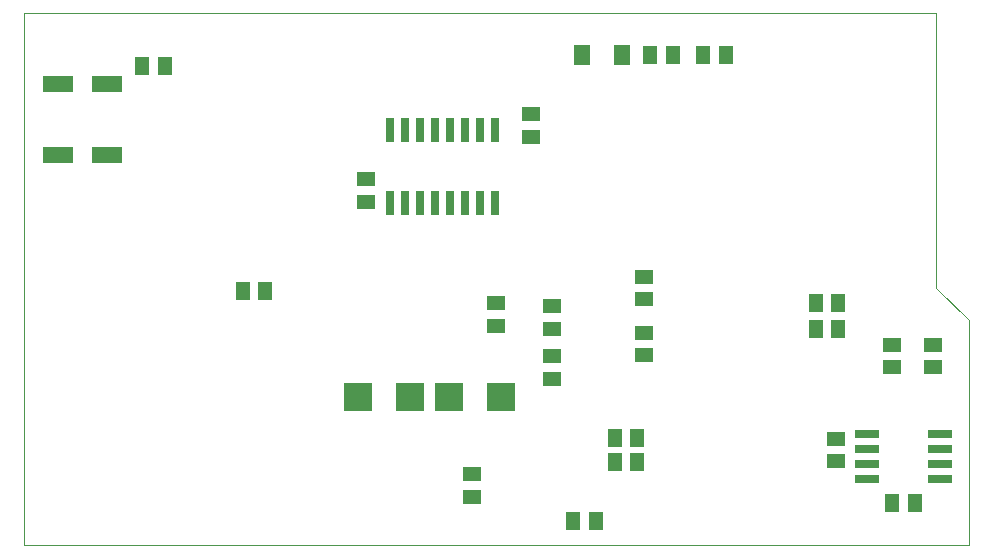
<source format=gtp>
G75*
%MOIN*%
%OFA0B0*%
%FSLAX24Y24*%
%IPPOS*%
%LPD*%
%AMOC8*
5,1,8,0,0,1.08239X$1,22.5*
%
%ADD10C,0.0000*%
%ADD11R,0.0512X0.0591*%
%ADD12R,0.0591X0.0512*%
%ADD13R,0.1024X0.0551*%
%ADD14R,0.0260X0.0800*%
%ADD15R,0.0800X0.0260*%
%ADD16R,0.0945X0.0945*%
%ADD17R,0.0551X0.0709*%
D10*
X000149Y000149D02*
X000149Y017866D01*
X030563Y017866D01*
X030563Y008712D01*
X031645Y007630D01*
X031645Y000149D01*
X000149Y000149D01*
D11*
X007452Y008614D03*
X008200Y008614D03*
X019854Y003693D03*
X020602Y003693D03*
X020602Y002905D03*
X019854Y002905D03*
X019224Y000937D03*
X018476Y000937D03*
X029106Y001527D03*
X029854Y001527D03*
X027295Y007334D03*
X026547Y007334D03*
X026547Y008220D03*
X027295Y008220D03*
X023555Y016488D03*
X022807Y016488D03*
X021783Y016488D03*
X021035Y016488D03*
X004854Y016094D03*
X004106Y016094D03*
D12*
X011567Y012334D03*
X011567Y011586D03*
X017078Y013752D03*
X017078Y014500D03*
X020819Y009086D03*
X020819Y008338D03*
X020819Y007216D03*
X020819Y006468D03*
X017767Y006429D03*
X017767Y005681D03*
X017767Y007354D03*
X017767Y008102D03*
X015897Y008200D03*
X015897Y007452D03*
X015110Y002492D03*
X015110Y001744D03*
X027216Y002925D03*
X027216Y003673D03*
X029086Y006074D03*
X029086Y006822D03*
X030464Y006822D03*
X030464Y006074D03*
D13*
X002925Y013141D03*
X001311Y013141D03*
X001311Y015504D03*
X002925Y015504D03*
D14*
X012376Y013958D03*
X012876Y013958D03*
X013376Y013958D03*
X013876Y013958D03*
X014376Y013958D03*
X014876Y013958D03*
X015376Y013958D03*
X015876Y013958D03*
X015876Y011538D03*
X015376Y011538D03*
X014876Y011538D03*
X014376Y011538D03*
X013876Y011538D03*
X013376Y011538D03*
X012876Y011538D03*
X012376Y011538D03*
D15*
X028270Y003852D03*
X028270Y003352D03*
X028270Y002852D03*
X028270Y002352D03*
X030690Y002352D03*
X030690Y002852D03*
X030690Y003352D03*
X030690Y003852D03*
D16*
X016074Y005070D03*
X014342Y005070D03*
X013023Y005070D03*
X011291Y005070D03*
D17*
X018771Y016488D03*
X020110Y016488D03*
M02*

</source>
